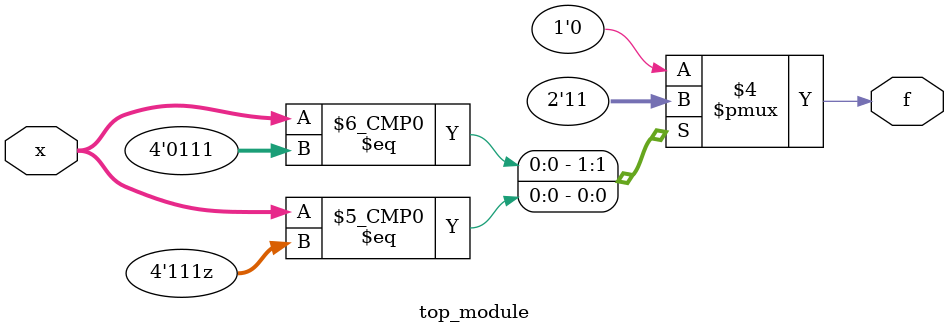
<source format=sv>
module top_module (
	input [4:1] x,
	output logic f
);

always_comb begin
    case (x)
        4'b00??: f = 1'b0; // Assign don't care values to 0
        4'b010?: f = 1'b0;
        4'b0111: f = 1'b1;
        4'b111?: f = 1'b1;
        4'b1???: f = 1'b0;
        default: f = 1'b0; // Default case, assign f to 0
    endcase
end

endmodule

</source>
